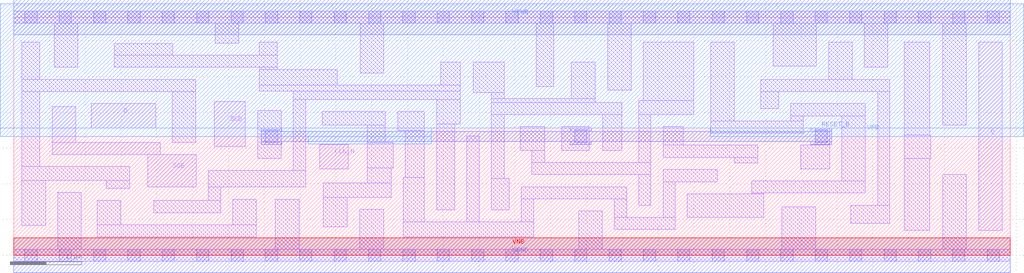
<source format=lef>
# Copyright 2020 The SkyWater PDK Authors
#
# Licensed under the Apache License, Version 2.0 (the "License");
# you may not use this file except in compliance with the License.
# You may obtain a copy of the License at
#
#     https://www.apache.org/licenses/LICENSE-2.0
#
# Unless required by applicable law or agreed to in writing, software
# distributed under the License is distributed on an "AS IS" BASIS,
# WITHOUT WARRANTIES OR CONDITIONS OF ANY KIND, either express or implied.
# See the License for the specific language governing permissions and
# limitations under the License.
#
# SPDX-License-Identifier: Apache-2.0

VERSION 5.7 ;
  NOWIREEXTENSIONATPIN ON ;
  DIVIDERCHAR "/" ;
  BUSBITCHARS "[]" ;
MACRO sky130_fd_sc_ms__sdfrtn_1
  CLASS CORE ;
  FOREIGN sky130_fd_sc_ms__sdfrtn_1 ;
  ORIGIN  0.000000  0.000000 ;
  SIZE  13.92000 BY  3.330000 ;
  SYMMETRY X Y R90 ;
  SITE unit ;
  PIN D
    ANTENNAGATEAREA  0.178200 ;
    DIRECTION INPUT ;
    USE SIGNAL ;
    PORT
      LAYER li1 ;
        RECT 1.085000 1.780000 1.980000 2.120000 ;
    END
  END D
  PIN Q
    ANTENNADIFFAREA  0.530100 ;
    DIRECTION OUTPUT ;
    USE SIGNAL ;
    PORT
      LAYER li1 ;
        RECT 13.475000 0.350000 13.805000 2.980000 ;
    END
  END Q
  PIN RESET_B
    ANTENNAGATEAREA  0.455400 ;
    DIRECTION INPUT ;
    USE SIGNAL ;
    PORT
      LAYER met1 ;
        RECT  3.455000 1.550000  3.745000 1.595000 ;
        RECT  3.455000 1.595000 11.425000 1.735000 ;
        RECT  3.455000 1.735000  3.745000 1.780000 ;
        RECT  7.775000 1.550000  8.065000 1.595000 ;
        RECT  7.775000 1.735000  8.065000 1.780000 ;
        RECT 11.135000 1.550000 11.425000 1.595000 ;
        RECT 11.135000 1.735000 11.425000 1.780000 ;
    END
  END RESET_B
  PIN SCD
    ANTENNAGATEAREA  0.178200 ;
    DIRECTION INPUT ;
    USE SIGNAL ;
    PORT
      LAYER li1 ;
        RECT 2.800000 1.525000 3.235000 2.150000 ;
    END
  END SCD
  PIN SCE
    ANTENNAGATEAREA  0.356400 ;
    DIRECTION INPUT ;
    USE SIGNAL ;
    PORT
      LAYER li1 ;
        RECT 0.535000 1.410000 2.045000 1.580000 ;
        RECT 0.535000 1.580000 0.865000 2.080000 ;
        RECT 1.875000 0.955000 2.550000 1.410000 ;
    END
  END SCE
  PIN CLK_N
    ANTENNAGATEAREA  0.291000 ;
    DIRECTION INPUT ;
    USE CLOCK ;
    PORT
      LAYER li1 ;
        RECT 4.275000 1.210000 4.675000 1.550000 ;
    END
  END CLK_N
  PIN VGND
    DIRECTION INOUT ;
    USE GROUND ;
    PORT
      LAYER met1 ;
        RECT 0.000000 -0.245000 13.920000 0.245000 ;
    END
  END VGND
  PIN VNB
    DIRECTION INOUT ;
    USE GROUND ;
    PORT
      LAYER pwell ;
        RECT 0.000000 0.000000 13.920000 0.245000 ;
    END
  END VNB
  PIN VPB
    DIRECTION INOUT ;
    USE POWER ;
    PORT
      LAYER nwell ;
        RECT -0.190000 1.660000  5.830000 1.780000 ;
        RECT -0.190000 1.780000 14.110000 3.520000 ;
        RECT  4.115000 1.555000  5.830000 1.660000 ;
        RECT  9.725000 1.660000 14.110000 1.780000 ;
    END
  END VPB
  PIN VPWR
    DIRECTION INOUT ;
    USE POWER ;
    PORT
      LAYER met1 ;
        RECT 0.000000 3.085000 13.920000 3.575000 ;
    END
  END VPWR
  OBS
    LAYER li1 ;
      RECT  0.000000 -0.085000 13.920000 0.085000 ;
      RECT  0.000000  3.245000 13.920000 3.415000 ;
      RECT  0.115000  0.420000  0.445000 1.050000 ;
      RECT  0.115000  1.050000  1.620000 1.240000 ;
      RECT  0.115000  1.240000  0.365000 2.290000 ;
      RECT  0.115000  2.290000  2.545000 2.460000 ;
      RECT  0.115000  2.460000  0.365000 2.980000 ;
      RECT  0.565000  2.630000  0.895000 3.245000 ;
      RECT  0.615000  0.085000  0.945000 0.880000 ;
      RECT  1.165000  0.255000  3.390000 0.425000 ;
      RECT  1.165000  0.425000  1.495000 0.765000 ;
      RECT  1.290000  0.935000  1.620000 1.050000 ;
      RECT  1.405000  2.630000  3.680000 2.800000 ;
      RECT  1.405000  2.800000  2.220000 2.960000 ;
      RECT  1.955000  0.595000  2.890000 0.765000 ;
      RECT  2.215000  1.580000  2.545000 2.290000 ;
      RECT  2.720000  0.765000  2.890000 0.960000 ;
      RECT  2.720000  0.960000  4.075000 1.185000 ;
      RECT  2.815000  2.970000  3.145000 3.245000 ;
      RECT  3.060000  0.425000  3.390000 0.780000 ;
      RECT  3.405000  1.355000  3.735000 2.025000 ;
      RECT  3.430000  2.300000  6.235000 2.380000 ;
      RECT  3.430000  2.380000  4.515000 2.600000 ;
      RECT  3.430000  2.600000  3.680000 2.630000 ;
      RECT  3.430000  2.800000  3.680000 2.980000 ;
      RECT  3.655000  0.085000  3.985000 0.780000 ;
      RECT  3.905000  1.185000  4.075000 2.180000 ;
      RECT  3.905000  2.180000  6.235000 2.300000 ;
      RECT  4.310000  1.820000  5.190000 2.010000 ;
      RECT  4.325000  0.395000  4.660000 0.810000 ;
      RECT  4.325000  0.810000  5.270000 1.010000 ;
      RECT  4.835000  0.085000  5.165000 0.640000 ;
      RECT  4.840000  2.550000  5.170000 3.245000 ;
      RECT  4.940000  1.010000  5.270000 1.220000 ;
      RECT  4.940000  1.220000  5.300000 1.575000 ;
      RECT  4.940000  1.575000  5.190000 1.820000 ;
      RECT  5.360000  1.745000  5.735000 2.010000 ;
      RECT  5.440000  0.255000  7.260000 0.465000 ;
      RECT  5.440000  0.465000  5.735000 1.090000 ;
      RECT  5.470000  1.090000  5.735000 1.745000 ;
      RECT  5.910000  0.635000  6.160000 1.840000 ;
      RECT  5.910000  1.840000  6.235000 2.180000 ;
      RECT  5.965000  2.380000  6.235000 2.705000 ;
      RECT  6.330000  0.465000  6.500000 1.670000 ;
      RECT  6.415000  2.275000  6.850000 2.705000 ;
      RECT  6.670000  0.635000  6.920000 1.075000 ;
      RECT  6.670000  1.075000  6.850000 1.970000 ;
      RECT  6.670000  1.970000  8.490000 2.140000 ;
      RECT  6.670000  2.140000  8.125000 2.190000 ;
      RECT  6.670000  2.190000  6.850000 2.275000 ;
      RECT  7.075000  1.470000  7.415000 1.800000 ;
      RECT  7.090000  0.465000  7.260000 0.790000 ;
      RECT  7.090000  0.790000  8.560000 0.960000 ;
      RECT  7.235000  1.130000  8.900000 1.300000 ;
      RECT  7.235000  1.300000  7.415000 1.470000 ;
      RECT  7.295000  2.360000  7.545000 3.245000 ;
      RECT  7.655000  1.470000  8.035000 1.800000 ;
      RECT  7.785000  2.190000  8.125000 2.705000 ;
      RECT  7.890000  0.085000  8.220000 0.620000 ;
      RECT  8.225000  1.470000  8.490000 1.970000 ;
      RECT  8.295000  2.310000  8.625000 3.245000 ;
      RECT  8.390000  0.360000  9.240000 0.530000 ;
      RECT  8.390000  0.530000  8.560000 0.790000 ;
      RECT  8.730000  0.700000  8.900000 1.130000 ;
      RECT  8.730000  1.300000  8.900000 1.970000 ;
      RECT  8.730000  1.970000  9.495000 2.165000 ;
      RECT  8.795000  2.165000  9.495000 2.980000 ;
      RECT  9.070000  0.530000  9.240000 1.030000 ;
      RECT  9.070000  1.030000  9.825000 1.200000 ;
      RECT  9.070000  1.370000 10.395000 1.540000 ;
      RECT  9.070000  1.540000  9.350000 1.800000 ;
      RECT  9.410000  0.530000 10.475000 0.860000 ;
      RECT  9.735000  1.710000 11.025000 1.880000 ;
      RECT  9.735000  1.880000 10.065000 2.980000 ;
      RECT 10.065000  1.290000 10.395000 1.370000 ;
      RECT 10.305000  0.860000 10.475000 0.870000 ;
      RECT 10.305000  0.870000 11.895000 1.040000 ;
      RECT 10.435000  2.050000 10.685000 2.290000 ;
      RECT 10.435000  2.290000 12.235000 2.460000 ;
      RECT 10.605000  2.650000 11.210000 3.245000 ;
      RECT 10.730000  0.085000 11.200000 0.680000 ;
      RECT 10.855000  1.880000 11.025000 1.950000 ;
      RECT 10.855000  1.950000 11.895000 2.120000 ;
      RECT 10.995000  1.210000 11.395000 1.540000 ;
      RECT 11.195000  1.540000 11.395000 1.780000 ;
      RECT 11.380000  2.460000 11.710000 2.980000 ;
      RECT 11.565000  1.040000 11.895000 1.950000 ;
      RECT 11.690000  0.450000 12.235000 0.700000 ;
      RECT 11.880000  2.630000 12.210000 3.245000 ;
      RECT 12.065000  0.700000 12.235000 2.290000 ;
      RECT 12.440000  0.350000 12.795000 1.355000 ;
      RECT 12.440000  1.355000 12.810000 1.685000 ;
      RECT 12.440000  1.685000 12.795000 2.980000 ;
      RECT 12.975000  0.085000 13.305000 1.130000 ;
      RECT 12.975000  1.820000 13.305000 3.245000 ;
    LAYER mcon ;
      RECT  0.155000 -0.085000  0.325000 0.085000 ;
      RECT  0.155000  3.245000  0.325000 3.415000 ;
      RECT  0.635000 -0.085000  0.805000 0.085000 ;
      RECT  0.635000  3.245000  0.805000 3.415000 ;
      RECT  1.115000 -0.085000  1.285000 0.085000 ;
      RECT  1.115000  3.245000  1.285000 3.415000 ;
      RECT  1.595000 -0.085000  1.765000 0.085000 ;
      RECT  1.595000  3.245000  1.765000 3.415000 ;
      RECT  2.075000 -0.085000  2.245000 0.085000 ;
      RECT  2.075000  3.245000  2.245000 3.415000 ;
      RECT  2.555000 -0.085000  2.725000 0.085000 ;
      RECT  2.555000  3.245000  2.725000 3.415000 ;
      RECT  3.035000 -0.085000  3.205000 0.085000 ;
      RECT  3.035000  3.245000  3.205000 3.415000 ;
      RECT  3.515000 -0.085000  3.685000 0.085000 ;
      RECT  3.515000  1.580000  3.685000 1.750000 ;
      RECT  3.515000  3.245000  3.685000 3.415000 ;
      RECT  3.995000 -0.085000  4.165000 0.085000 ;
      RECT  3.995000  3.245000  4.165000 3.415000 ;
      RECT  4.475000 -0.085000  4.645000 0.085000 ;
      RECT  4.475000  3.245000  4.645000 3.415000 ;
      RECT  4.955000 -0.085000  5.125000 0.085000 ;
      RECT  4.955000  3.245000  5.125000 3.415000 ;
      RECT  5.435000 -0.085000  5.605000 0.085000 ;
      RECT  5.435000  3.245000  5.605000 3.415000 ;
      RECT  5.915000 -0.085000  6.085000 0.085000 ;
      RECT  5.915000  3.245000  6.085000 3.415000 ;
      RECT  6.395000 -0.085000  6.565000 0.085000 ;
      RECT  6.395000  3.245000  6.565000 3.415000 ;
      RECT  6.875000 -0.085000  7.045000 0.085000 ;
      RECT  6.875000  3.245000  7.045000 3.415000 ;
      RECT  7.355000 -0.085000  7.525000 0.085000 ;
      RECT  7.355000  3.245000  7.525000 3.415000 ;
      RECT  7.835000 -0.085000  8.005000 0.085000 ;
      RECT  7.835000  1.580000  8.005000 1.750000 ;
      RECT  7.835000  3.245000  8.005000 3.415000 ;
      RECT  8.315000 -0.085000  8.485000 0.085000 ;
      RECT  8.315000  3.245000  8.485000 3.415000 ;
      RECT  8.795000 -0.085000  8.965000 0.085000 ;
      RECT  8.795000  3.245000  8.965000 3.415000 ;
      RECT  9.275000 -0.085000  9.445000 0.085000 ;
      RECT  9.275000  3.245000  9.445000 3.415000 ;
      RECT  9.755000 -0.085000  9.925000 0.085000 ;
      RECT  9.755000  3.245000  9.925000 3.415000 ;
      RECT 10.235000 -0.085000 10.405000 0.085000 ;
      RECT 10.235000  3.245000 10.405000 3.415000 ;
      RECT 10.715000 -0.085000 10.885000 0.085000 ;
      RECT 10.715000  3.245000 10.885000 3.415000 ;
      RECT 11.195000 -0.085000 11.365000 0.085000 ;
      RECT 11.195000  1.580000 11.365000 1.750000 ;
      RECT 11.195000  3.245000 11.365000 3.415000 ;
      RECT 11.675000 -0.085000 11.845000 0.085000 ;
      RECT 11.675000  3.245000 11.845000 3.415000 ;
      RECT 12.155000 -0.085000 12.325000 0.085000 ;
      RECT 12.155000  3.245000 12.325000 3.415000 ;
      RECT 12.635000 -0.085000 12.805000 0.085000 ;
      RECT 12.635000  3.245000 12.805000 3.415000 ;
      RECT 13.115000 -0.085000 13.285000 0.085000 ;
      RECT 13.115000  3.245000 13.285000 3.415000 ;
      RECT 13.595000 -0.085000 13.765000 0.085000 ;
      RECT 13.595000  3.245000 13.765000 3.415000 ;
  END
END sky130_fd_sc_ms__sdfrtn_1
END LIBRARY

</source>
